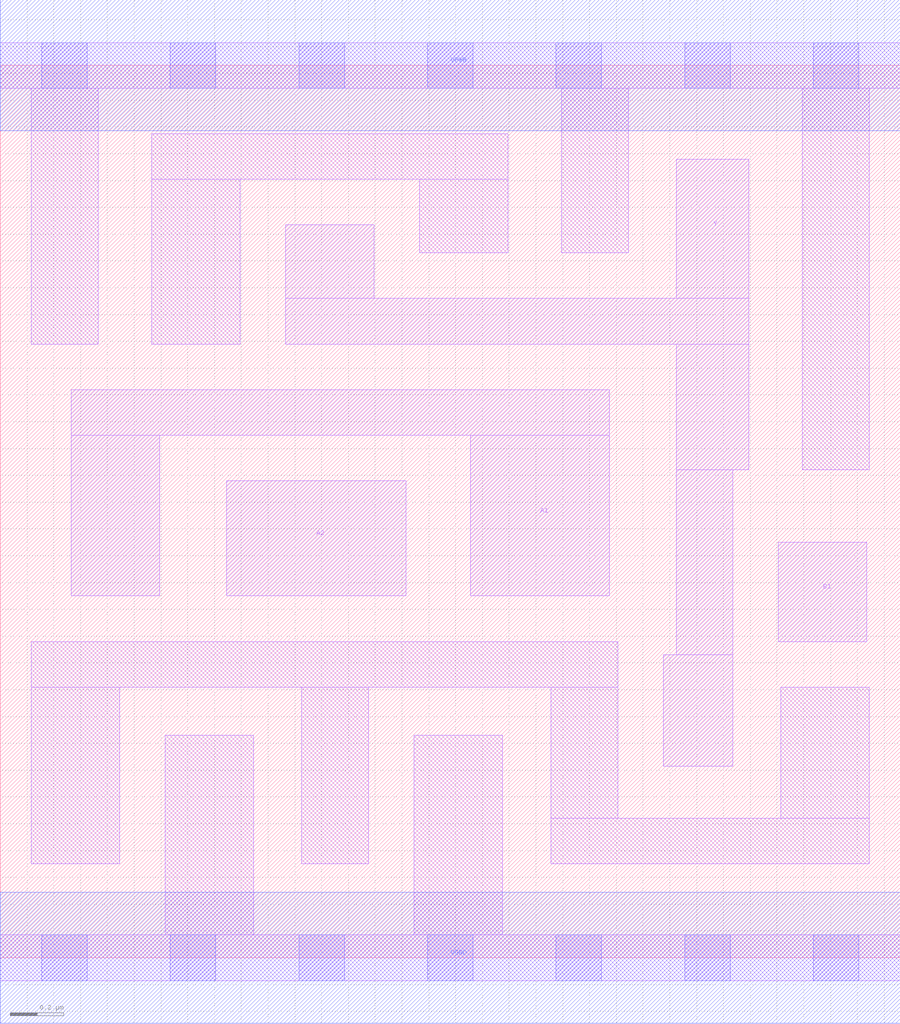
<source format=lef>
# Copyright 2020 The SkyWater PDK Authors
#
# Licensed under the Apache License, Version 2.0 (the "License");
# you may not use this file except in compliance with the License.
# You may obtain a copy of the License at
#
#     https://www.apache.org/licenses/LICENSE-2.0
#
# Unless required by applicable law or agreed to in writing, software
# distributed under the License is distributed on an "AS IS" BASIS,
# WITHOUT WARRANTIES OR CONDITIONS OF ANY KIND, either express or implied.
# See the License for the specific language governing permissions and
# limitations under the License.
#
# SPDX-License-Identifier: Apache-2.0

VERSION 5.7 ;
  NOWIREEXTENSIONATPIN ON ;
  DIVIDERCHAR "/" ;
  BUSBITCHARS "[]" ;
UNITS
  DATABASE MICRONS 200 ;
END UNITS
MACRO sky130_fd_sc_ls__o21ai_2
  CLASS CORE ;
  FOREIGN sky130_fd_sc_ls__o21ai_2 ;
  ORIGIN  0.000000  0.000000 ;
  SIZE  3.360000 BY  3.330000 ;
  SYMMETRY X Y ;
  SITE unit ;
  PIN A1
    ANTENNAGATEAREA  0.558000 ;
    DIRECTION INPUT ;
    USE SIGNAL ;
    PORT
      LAYER li1 ;
        RECT 0.265000 1.350000 0.595000 1.950000 ;
        RECT 0.265000 1.950000 2.275000 2.120000 ;
        RECT 1.755000 1.350000 2.275000 1.950000 ;
    END
  END A1
  PIN A2
    ANTENNAGATEAREA  0.558000 ;
    DIRECTION INPUT ;
    USE SIGNAL ;
    PORT
      LAYER li1 ;
        RECT 0.845000 1.350000 1.515000 1.780000 ;
    END
  END A2
  PIN B1
    ANTENNAGATEAREA  0.558000 ;
    DIRECTION INPUT ;
    USE SIGNAL ;
    PORT
      LAYER li1 ;
        RECT 2.905000 1.180000 3.235000 1.550000 ;
    END
  END B1
  PIN Y
    ANTENNADIFFAREA  0.961100 ;
    DIRECTION OUTPUT ;
    USE SIGNAL ;
    PORT
      LAYER li1 ;
        RECT 1.065000 2.290000 2.795000 2.460000 ;
        RECT 1.065000 2.460000 1.395000 2.735000 ;
        RECT 2.475000 0.715000 2.735000 1.130000 ;
        RECT 2.525000 1.130000 2.735000 1.820000 ;
        RECT 2.525000 1.820000 2.795000 2.290000 ;
        RECT 2.525000 2.460000 2.795000 2.980000 ;
    END
  END Y
  PIN VGND
    DIRECTION INOUT ;
    SHAPE ABUTMENT ;
    USE GROUND ;
    PORT
      LAYER met1 ;
        RECT 0.000000 -0.245000 3.360000 0.245000 ;
    END
  END VGND
  PIN VPWR
    DIRECTION INOUT ;
    SHAPE ABUTMENT ;
    USE POWER ;
    PORT
      LAYER met1 ;
        RECT 0.000000 3.085000 3.360000 3.575000 ;
    END
  END VPWR
  OBS
    LAYER li1 ;
      RECT 0.000000 -0.085000 3.360000 0.085000 ;
      RECT 0.000000  3.245000 3.360000 3.415000 ;
      RECT 0.115000  0.350000 0.445000 1.010000 ;
      RECT 0.115000  1.010000 2.305000 1.180000 ;
      RECT 0.115000  2.290000 0.365000 3.245000 ;
      RECT 0.565000  2.290000 0.895000 2.905000 ;
      RECT 0.565000  2.905000 1.895000 3.075000 ;
      RECT 0.615000  0.085000 0.945000 0.830000 ;
      RECT 1.125000  0.350000 1.375000 1.010000 ;
      RECT 1.545000  0.085000 1.875000 0.830000 ;
      RECT 1.565000  2.630000 1.895000 2.905000 ;
      RECT 2.055000  0.350000 3.245000 0.520000 ;
      RECT 2.055000  0.520000 2.305000 1.010000 ;
      RECT 2.095000  2.630000 2.345000 3.245000 ;
      RECT 2.915000  0.520000 3.245000 1.010000 ;
      RECT 2.995000  1.820000 3.245000 3.245000 ;
    LAYER mcon ;
      RECT 0.155000 -0.085000 0.325000 0.085000 ;
      RECT 0.155000  3.245000 0.325000 3.415000 ;
      RECT 0.635000 -0.085000 0.805000 0.085000 ;
      RECT 0.635000  3.245000 0.805000 3.415000 ;
      RECT 1.115000 -0.085000 1.285000 0.085000 ;
      RECT 1.115000  3.245000 1.285000 3.415000 ;
      RECT 1.595000 -0.085000 1.765000 0.085000 ;
      RECT 1.595000  3.245000 1.765000 3.415000 ;
      RECT 2.075000 -0.085000 2.245000 0.085000 ;
      RECT 2.075000  3.245000 2.245000 3.415000 ;
      RECT 2.555000 -0.085000 2.725000 0.085000 ;
      RECT 2.555000  3.245000 2.725000 3.415000 ;
      RECT 3.035000 -0.085000 3.205000 0.085000 ;
      RECT 3.035000  3.245000 3.205000 3.415000 ;
  END
END sky130_fd_sc_ls__o21ai_2
END LIBRARY

</source>
